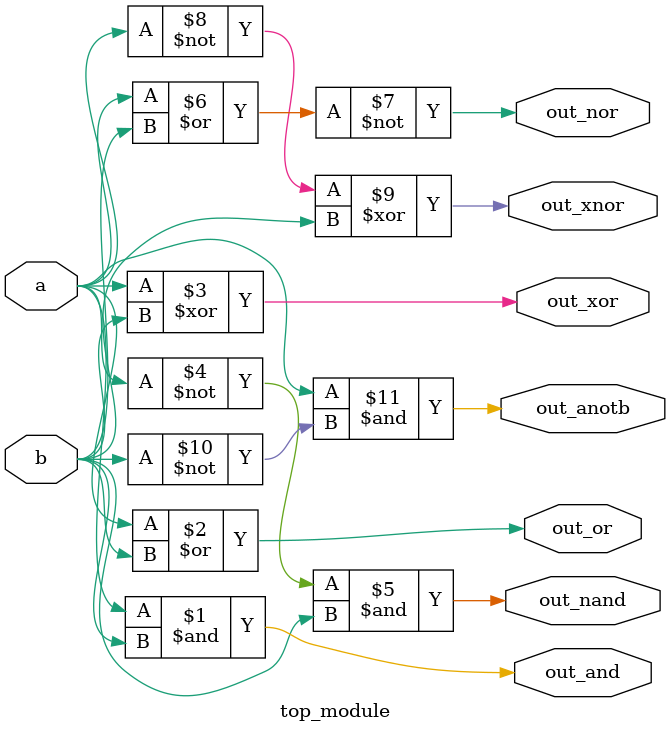
<source format=v>
module top_module( 
    input a, b,
    output out_and,
    output out_or,
    output out_xor,
    output out_nand,
    output out_nor,
    output out_xnor,
    output out_anotb
);
    assign out_and = a&b;
    assign out_or= a|b;
    assign out_xor=a^b;
    assign out_nand=~a&b;
    assign out_nor=~(a|b);
    assign out_xnor=~a^b;
    assign out_anotb=a&~b;
endmodule
</source>
